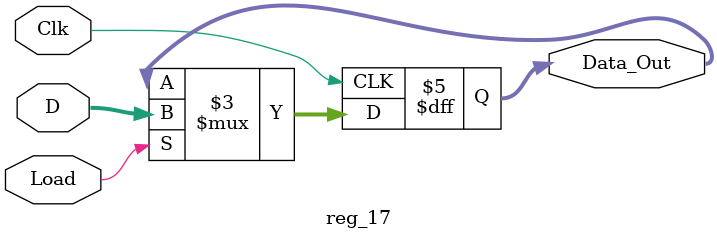
<source format=sv>
module reg_17 ( input						Clk, Load,
					input						[16:0] D,
					output logic 			[16:0] Data_Out);
					
		always_ff @ (posedge Clk)
		begin
				// Setting the output Q[16..0] of the register to zeros as Reset is pressed
				if(Load)
					Data_Out <= D;
				else begin
					Data_Out <= Data_Out;
				end
		end
		
endmodule
</source>
